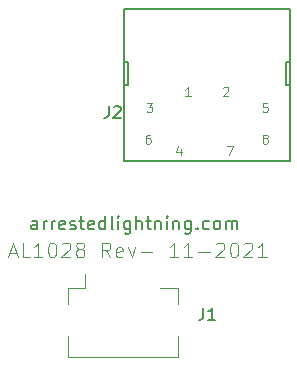
<source format=gbr>
%TF.GenerationSoftware,KiCad,Pcbnew,5.1.12-84ad8e8a86~92~ubuntu20.04.1*%
%TF.CreationDate,2021-12-06T23:40:28-06:00*%
%TF.ProjectId,portboard_dt,706f7274-626f-4617-9264-5f64742e6b69,rev?*%
%TF.SameCoordinates,Original*%
%TF.FileFunction,Legend,Top*%
%TF.FilePolarity,Positive*%
%FSLAX46Y46*%
G04 Gerber Fmt 4.6, Leading zero omitted, Abs format (unit mm)*
G04 Created by KiCad (PCBNEW 5.1.12-84ad8e8a86~92~ubuntu20.04.1) date 2021-12-06 23:40:28*
%MOMM*%
%LPD*%
G01*
G04 APERTURE LIST*
%ADD10C,0.150000*%
%ADD11C,0.125000*%
%ADD12C,0.127000*%
%ADD13C,0.120000*%
%ADD14C,0.065024*%
G04 APERTURE END LIST*
D10*
X101504190Y-84063619D02*
X101504190Y-83487428D01*
X101451809Y-83382666D01*
X101347047Y-83330285D01*
X101137523Y-83330285D01*
X101032761Y-83382666D01*
X101504190Y-84011238D02*
X101399428Y-84063619D01*
X101137523Y-84063619D01*
X101032761Y-84011238D01*
X100980380Y-83906476D01*
X100980380Y-83801714D01*
X101032761Y-83696952D01*
X101137523Y-83644571D01*
X101399428Y-83644571D01*
X101504190Y-83592190D01*
X102027999Y-84063619D02*
X102027999Y-83330285D01*
X102027999Y-83539809D02*
X102080380Y-83435047D01*
X102132761Y-83382666D01*
X102237523Y-83330285D01*
X102342285Y-83330285D01*
X102708952Y-84063619D02*
X102708952Y-83330285D01*
X102708952Y-83539809D02*
X102761333Y-83435047D01*
X102813714Y-83382666D01*
X102918476Y-83330285D01*
X103023238Y-83330285D01*
X103808952Y-84011238D02*
X103704190Y-84063619D01*
X103494666Y-84063619D01*
X103389904Y-84011238D01*
X103337523Y-83906476D01*
X103337523Y-83487428D01*
X103389904Y-83382666D01*
X103494666Y-83330285D01*
X103704190Y-83330285D01*
X103808952Y-83382666D01*
X103861333Y-83487428D01*
X103861333Y-83592190D01*
X103337523Y-83696952D01*
X104280380Y-84011238D02*
X104385142Y-84063619D01*
X104594666Y-84063619D01*
X104699428Y-84011238D01*
X104751809Y-83906476D01*
X104751809Y-83854095D01*
X104699428Y-83749333D01*
X104594666Y-83696952D01*
X104437523Y-83696952D01*
X104332761Y-83644571D01*
X104280380Y-83539809D01*
X104280380Y-83487428D01*
X104332761Y-83382666D01*
X104437523Y-83330285D01*
X104594666Y-83330285D01*
X104699428Y-83382666D01*
X105066095Y-83330285D02*
X105485142Y-83330285D01*
X105223238Y-82963619D02*
X105223238Y-83906476D01*
X105275619Y-84011238D01*
X105380380Y-84063619D01*
X105485142Y-84063619D01*
X106270857Y-84011238D02*
X106166095Y-84063619D01*
X105956571Y-84063619D01*
X105851809Y-84011238D01*
X105799428Y-83906476D01*
X105799428Y-83487428D01*
X105851809Y-83382666D01*
X105956571Y-83330285D01*
X106166095Y-83330285D01*
X106270857Y-83382666D01*
X106323238Y-83487428D01*
X106323238Y-83592190D01*
X105799428Y-83696952D01*
X107266095Y-84063619D02*
X107266095Y-82963619D01*
X107266095Y-84011238D02*
X107161333Y-84063619D01*
X106951809Y-84063619D01*
X106847047Y-84011238D01*
X106794666Y-83958857D01*
X106742285Y-83854095D01*
X106742285Y-83539809D01*
X106794666Y-83435047D01*
X106847047Y-83382666D01*
X106951809Y-83330285D01*
X107161333Y-83330285D01*
X107266095Y-83382666D01*
X107947047Y-84063619D02*
X107842285Y-84011238D01*
X107789904Y-83906476D01*
X107789904Y-82963619D01*
X108366095Y-84063619D02*
X108366095Y-83330285D01*
X108366095Y-82963619D02*
X108313714Y-83016000D01*
X108366095Y-83068380D01*
X108418476Y-83016000D01*
X108366095Y-82963619D01*
X108366095Y-83068380D01*
X109361333Y-83330285D02*
X109361333Y-84220761D01*
X109308952Y-84325523D01*
X109256571Y-84377904D01*
X109151809Y-84430285D01*
X108994666Y-84430285D01*
X108889904Y-84377904D01*
X109361333Y-84011238D02*
X109256571Y-84063619D01*
X109047047Y-84063619D01*
X108942285Y-84011238D01*
X108889904Y-83958857D01*
X108837523Y-83854095D01*
X108837523Y-83539809D01*
X108889904Y-83435047D01*
X108942285Y-83382666D01*
X109047047Y-83330285D01*
X109256571Y-83330285D01*
X109361333Y-83382666D01*
X109885142Y-84063619D02*
X109885142Y-82963619D01*
X110356571Y-84063619D02*
X110356571Y-83487428D01*
X110304190Y-83382666D01*
X110199428Y-83330285D01*
X110042285Y-83330285D01*
X109937523Y-83382666D01*
X109885142Y-83435047D01*
X110723238Y-83330285D02*
X111142285Y-83330285D01*
X110880380Y-82963619D02*
X110880380Y-83906476D01*
X110932761Y-84011238D01*
X111037523Y-84063619D01*
X111142285Y-84063619D01*
X111508952Y-83330285D02*
X111508952Y-84063619D01*
X111508952Y-83435047D02*
X111561333Y-83382666D01*
X111666095Y-83330285D01*
X111823238Y-83330285D01*
X111927999Y-83382666D01*
X111980380Y-83487428D01*
X111980380Y-84063619D01*
X112504190Y-84063619D02*
X112504190Y-83330285D01*
X112504190Y-82963619D02*
X112451809Y-83016000D01*
X112504190Y-83068380D01*
X112556571Y-83016000D01*
X112504190Y-82963619D01*
X112504190Y-83068380D01*
X113027999Y-83330285D02*
X113027999Y-84063619D01*
X113027999Y-83435047D02*
X113080380Y-83382666D01*
X113185142Y-83330285D01*
X113342285Y-83330285D01*
X113447047Y-83382666D01*
X113499428Y-83487428D01*
X113499428Y-84063619D01*
X114494666Y-83330285D02*
X114494666Y-84220761D01*
X114442285Y-84325523D01*
X114389904Y-84377904D01*
X114285142Y-84430285D01*
X114127999Y-84430285D01*
X114023238Y-84377904D01*
X114494666Y-84011238D02*
X114389904Y-84063619D01*
X114180380Y-84063619D01*
X114075619Y-84011238D01*
X114023238Y-83958857D01*
X113970857Y-83854095D01*
X113970857Y-83539809D01*
X114023238Y-83435047D01*
X114075619Y-83382666D01*
X114180380Y-83330285D01*
X114389904Y-83330285D01*
X114494666Y-83382666D01*
X115018476Y-83958857D02*
X115070857Y-84011238D01*
X115018476Y-84063619D01*
X114966095Y-84011238D01*
X115018476Y-83958857D01*
X115018476Y-84063619D01*
X116013714Y-84011238D02*
X115908952Y-84063619D01*
X115699428Y-84063619D01*
X115594666Y-84011238D01*
X115542285Y-83958857D01*
X115489904Y-83854095D01*
X115489904Y-83539809D01*
X115542285Y-83435047D01*
X115594666Y-83382666D01*
X115699428Y-83330285D01*
X115908952Y-83330285D01*
X116013714Y-83382666D01*
X116642285Y-84063619D02*
X116537523Y-84011238D01*
X116485142Y-83958857D01*
X116432761Y-83854095D01*
X116432761Y-83539809D01*
X116485142Y-83435047D01*
X116537523Y-83382666D01*
X116642285Y-83330285D01*
X116799428Y-83330285D01*
X116904190Y-83382666D01*
X116956571Y-83435047D01*
X117008952Y-83539809D01*
X117008952Y-83854095D01*
X116956571Y-83958857D01*
X116904190Y-84011238D01*
X116799428Y-84063619D01*
X116642285Y-84063619D01*
X117480380Y-84063619D02*
X117480380Y-83330285D01*
X117480380Y-83435047D02*
X117532761Y-83382666D01*
X117637523Y-83330285D01*
X117794666Y-83330285D01*
X117899428Y-83382666D01*
X117951809Y-83487428D01*
X117951809Y-84063619D01*
X117951809Y-83487428D02*
X118004190Y-83382666D01*
X118108952Y-83330285D01*
X118266095Y-83330285D01*
X118370857Y-83382666D01*
X118423238Y-83487428D01*
X118423238Y-84063619D01*
D11*
X99125345Y-86060333D02*
X99720583Y-86060333D01*
X99006297Y-86417476D02*
X99422964Y-85167476D01*
X99839630Y-86417476D01*
X100851535Y-86417476D02*
X100256297Y-86417476D01*
X100256297Y-85167476D01*
X101922964Y-86417476D02*
X101208678Y-86417476D01*
X101565821Y-86417476D02*
X101565821Y-85167476D01*
X101446773Y-85346047D01*
X101327726Y-85465095D01*
X101208678Y-85524619D01*
X102696773Y-85167476D02*
X102815821Y-85167476D01*
X102934869Y-85227000D01*
X102994392Y-85286523D01*
X103053916Y-85405571D01*
X103113440Y-85643666D01*
X103113440Y-85941285D01*
X103053916Y-86179380D01*
X102994392Y-86298428D01*
X102934869Y-86357952D01*
X102815821Y-86417476D01*
X102696773Y-86417476D01*
X102577726Y-86357952D01*
X102518202Y-86298428D01*
X102458678Y-86179380D01*
X102399154Y-85941285D01*
X102399154Y-85643666D01*
X102458678Y-85405571D01*
X102518202Y-85286523D01*
X102577726Y-85227000D01*
X102696773Y-85167476D01*
X103589630Y-85286523D02*
X103649154Y-85227000D01*
X103768202Y-85167476D01*
X104065821Y-85167476D01*
X104184869Y-85227000D01*
X104244392Y-85286523D01*
X104303916Y-85405571D01*
X104303916Y-85524619D01*
X104244392Y-85703190D01*
X103530107Y-86417476D01*
X104303916Y-86417476D01*
X105018202Y-85703190D02*
X104899154Y-85643666D01*
X104839630Y-85584142D01*
X104780107Y-85465095D01*
X104780107Y-85405571D01*
X104839630Y-85286523D01*
X104899154Y-85227000D01*
X105018202Y-85167476D01*
X105256297Y-85167476D01*
X105375345Y-85227000D01*
X105434869Y-85286523D01*
X105494392Y-85405571D01*
X105494392Y-85465095D01*
X105434869Y-85584142D01*
X105375345Y-85643666D01*
X105256297Y-85703190D01*
X105018202Y-85703190D01*
X104899154Y-85762714D01*
X104839630Y-85822238D01*
X104780107Y-85941285D01*
X104780107Y-86179380D01*
X104839630Y-86298428D01*
X104899154Y-86357952D01*
X105018202Y-86417476D01*
X105256297Y-86417476D01*
X105375345Y-86357952D01*
X105434869Y-86298428D01*
X105494392Y-86179380D01*
X105494392Y-85941285D01*
X105434869Y-85822238D01*
X105375345Y-85762714D01*
X105256297Y-85703190D01*
X107696773Y-86417476D02*
X107280107Y-85822238D01*
X106982488Y-86417476D02*
X106982488Y-85167476D01*
X107458678Y-85167476D01*
X107577726Y-85227000D01*
X107637250Y-85286523D01*
X107696773Y-85405571D01*
X107696773Y-85584142D01*
X107637250Y-85703190D01*
X107577726Y-85762714D01*
X107458678Y-85822238D01*
X106982488Y-85822238D01*
X108708678Y-86357952D02*
X108589630Y-86417476D01*
X108351535Y-86417476D01*
X108232488Y-86357952D01*
X108172964Y-86238904D01*
X108172964Y-85762714D01*
X108232488Y-85643666D01*
X108351535Y-85584142D01*
X108589630Y-85584142D01*
X108708678Y-85643666D01*
X108768202Y-85762714D01*
X108768202Y-85881761D01*
X108172964Y-86000809D01*
X109184869Y-85584142D02*
X109482488Y-86417476D01*
X109780107Y-85584142D01*
X110256297Y-85941285D02*
X111208678Y-85941285D01*
X113411059Y-86417476D02*
X112696773Y-86417476D01*
X113053916Y-86417476D02*
X113053916Y-85167476D01*
X112934869Y-85346047D01*
X112815821Y-85465095D01*
X112696773Y-85524619D01*
X114601535Y-86417476D02*
X113887250Y-86417476D01*
X114244392Y-86417476D02*
X114244392Y-85167476D01*
X114125345Y-85346047D01*
X114006297Y-85465095D01*
X113887250Y-85524619D01*
X115137250Y-85941285D02*
X116089630Y-85941285D01*
X116625345Y-85286523D02*
X116684869Y-85227000D01*
X116803916Y-85167476D01*
X117101535Y-85167476D01*
X117220583Y-85227000D01*
X117280107Y-85286523D01*
X117339630Y-85405571D01*
X117339630Y-85524619D01*
X117280107Y-85703190D01*
X116565821Y-86417476D01*
X117339630Y-86417476D01*
X118113440Y-85167476D02*
X118232488Y-85167476D01*
X118351535Y-85227000D01*
X118411059Y-85286523D01*
X118470583Y-85405571D01*
X118530107Y-85643666D01*
X118530107Y-85941285D01*
X118470583Y-86179380D01*
X118411059Y-86298428D01*
X118351535Y-86357952D01*
X118232488Y-86417476D01*
X118113440Y-86417476D01*
X117994392Y-86357952D01*
X117934869Y-86298428D01*
X117875345Y-86179380D01*
X117815821Y-85941285D01*
X117815821Y-85643666D01*
X117875345Y-85405571D01*
X117934869Y-85286523D01*
X117994392Y-85227000D01*
X118113440Y-85167476D01*
X119006297Y-85286523D02*
X119065821Y-85227000D01*
X119184869Y-85167476D01*
X119482488Y-85167476D01*
X119601535Y-85227000D01*
X119661059Y-85286523D01*
X119720583Y-85405571D01*
X119720583Y-85524619D01*
X119661059Y-85703190D01*
X118946773Y-86417476D01*
X119720583Y-86417476D01*
X120911059Y-86417476D02*
X120196773Y-86417476D01*
X120553916Y-86417476D02*
X120553916Y-85167476D01*
X120434869Y-85346047D01*
X120315821Y-85465095D01*
X120196773Y-85524619D01*
D12*
%TO.C,J2*%
X109174800Y-71854000D02*
X108924800Y-71854000D01*
X109174800Y-69854000D02*
X109174800Y-71854000D01*
X108874800Y-69854000D02*
X109174800Y-69854000D01*
X122574800Y-71854000D02*
X122874800Y-71854000D01*
X122574800Y-69854000D02*
X122574800Y-71854000D01*
X122874800Y-69854000D02*
X122574800Y-69854000D01*
X122874800Y-69854000D02*
X122874800Y-65404000D01*
X122874800Y-71854000D02*
X122874800Y-69854000D01*
X122874800Y-78304000D02*
X122874800Y-71854000D01*
X108874800Y-78304000D02*
X122874800Y-78304000D01*
X108874800Y-69854000D02*
X108874800Y-78304000D01*
X108874800Y-65404000D02*
X108874800Y-69854000D01*
X122874800Y-65404000D02*
X108874800Y-65404000D01*
D13*
%TO.C,J1*%
X105577400Y-89022400D02*
X104087400Y-89022400D01*
X104087400Y-89022400D02*
X104087400Y-90362400D01*
X111897400Y-89022400D02*
X113387400Y-89022400D01*
X113387400Y-89022400D02*
X113387400Y-90362400D01*
X104087400Y-93082400D02*
X104087400Y-94822400D01*
X104087400Y-94822400D02*
X113387400Y-94822400D01*
X113387400Y-94822400D02*
X113387400Y-93082400D01*
X105577400Y-89022400D02*
X105577400Y-87822400D01*
%TO.C,J2*%
D10*
X107555309Y-73628380D02*
X107555309Y-74342666D01*
X107507690Y-74485523D01*
X107412452Y-74580761D01*
X107269595Y-74628380D01*
X107174357Y-74628380D01*
X107983880Y-73723619D02*
X108031500Y-73676000D01*
X108126738Y-73628380D01*
X108364833Y-73628380D01*
X108460071Y-73676000D01*
X108507690Y-73723619D01*
X108555309Y-73818857D01*
X108555309Y-73914095D01*
X108507690Y-74056952D01*
X107936261Y-74628380D01*
X108555309Y-74628380D01*
D14*
X114485456Y-72767230D02*
X114044222Y-72767230D01*
X114264839Y-72767230D02*
X114264839Y-71995070D01*
X114191300Y-72105379D01*
X114117761Y-72178918D01*
X114044222Y-72215687D01*
X117244222Y-72068609D02*
X117280991Y-72031840D01*
X117354530Y-71995070D01*
X117538378Y-71995070D01*
X117611917Y-72031840D01*
X117648686Y-72068609D01*
X117685456Y-72142148D01*
X117685456Y-72215687D01*
X117648686Y-72325996D01*
X117207452Y-72767230D01*
X117685456Y-72767230D01*
X110762452Y-73359070D02*
X111240456Y-73359070D01*
X110983069Y-73653226D01*
X111093378Y-73653226D01*
X111166917Y-73689996D01*
X111203686Y-73726765D01*
X111240456Y-73800304D01*
X111240456Y-73984152D01*
X111203686Y-74057691D01*
X111166917Y-74094460D01*
X111093378Y-74131230D01*
X110872761Y-74131230D01*
X110799222Y-74094460D01*
X110762452Y-74057691D01*
X120982686Y-73359070D02*
X120614991Y-73359070D01*
X120578222Y-73726765D01*
X120614991Y-73689996D01*
X120688530Y-73653226D01*
X120872378Y-73653226D01*
X120945917Y-73689996D01*
X120982686Y-73726765D01*
X121019456Y-73800304D01*
X121019456Y-73984152D01*
X120982686Y-74057691D01*
X120945917Y-74094460D01*
X120872378Y-74131230D01*
X120688530Y-74131230D01*
X120614991Y-74094460D01*
X120578222Y-74057691D01*
X111039917Y-76026070D02*
X110892839Y-76026070D01*
X110819300Y-76062840D01*
X110782530Y-76099609D01*
X110708991Y-76209918D01*
X110672222Y-76356996D01*
X110672222Y-76651152D01*
X110708991Y-76724691D01*
X110745761Y-76761460D01*
X110819300Y-76798230D01*
X110966378Y-76798230D01*
X111039917Y-76761460D01*
X111076686Y-76724691D01*
X111113456Y-76651152D01*
X111113456Y-76467304D01*
X111076686Y-76393765D01*
X111039917Y-76356996D01*
X110966378Y-76320226D01*
X110819300Y-76320226D01*
X110745761Y-76356996D01*
X110708991Y-76393765D01*
X110672222Y-76467304D01*
X120725300Y-76356996D02*
X120651761Y-76320226D01*
X120614991Y-76283457D01*
X120578222Y-76209918D01*
X120578222Y-76173148D01*
X120614991Y-76099609D01*
X120651761Y-76062840D01*
X120725300Y-76026070D01*
X120872378Y-76026070D01*
X120945917Y-76062840D01*
X120982686Y-76099609D01*
X121019456Y-76173148D01*
X121019456Y-76209918D01*
X120982686Y-76283457D01*
X120945917Y-76320226D01*
X120872378Y-76356996D01*
X120725300Y-76356996D01*
X120651761Y-76393765D01*
X120614991Y-76430535D01*
X120578222Y-76504074D01*
X120578222Y-76651152D01*
X120614991Y-76724691D01*
X120651761Y-76761460D01*
X120725300Y-76798230D01*
X120872378Y-76798230D01*
X120945917Y-76761460D01*
X120982686Y-76724691D01*
X121019456Y-76651152D01*
X121019456Y-76504074D01*
X120982686Y-76430535D01*
X120945917Y-76393765D01*
X120872378Y-76356996D01*
X120725300Y-76356996D02*
X120651761Y-76320226D01*
X120614991Y-76283457D01*
X120578222Y-76209918D01*
X120578222Y-76173148D01*
X120614991Y-76099609D01*
X120651761Y-76062840D01*
X120725300Y-76026070D01*
X120872378Y-76026070D01*
X120945917Y-76062840D01*
X120982686Y-76099609D01*
X121019456Y-76173148D01*
X121019456Y-76209918D01*
X120982686Y-76283457D01*
X120945917Y-76320226D01*
X120872378Y-76356996D01*
X120725300Y-76356996D01*
X120651761Y-76393765D01*
X120614991Y-76430535D01*
X120578222Y-76504074D01*
X120578222Y-76651152D01*
X120614991Y-76724691D01*
X120651761Y-76761460D01*
X120725300Y-76798230D01*
X120872378Y-76798230D01*
X120945917Y-76761460D01*
X120982686Y-76724691D01*
X121019456Y-76651152D01*
X121019456Y-76504074D01*
X120982686Y-76430535D01*
X120945917Y-76393765D01*
X120872378Y-76356996D01*
X110762452Y-73359070D02*
X111240456Y-73359070D01*
X110983069Y-73653226D01*
X111093378Y-73653226D01*
X111166917Y-73689996D01*
X111203686Y-73726765D01*
X111240456Y-73800304D01*
X111240456Y-73984152D01*
X111203686Y-74057691D01*
X111166917Y-74094460D01*
X111093378Y-74131230D01*
X110872761Y-74131230D01*
X110799222Y-74094460D01*
X110762452Y-74057691D01*
X114485456Y-72767230D02*
X114044222Y-72767230D01*
X114264839Y-72767230D02*
X114264839Y-71995070D01*
X114191300Y-72105379D01*
X114117761Y-72178918D01*
X114044222Y-72215687D01*
X111039917Y-76026070D02*
X110892839Y-76026070D01*
X110819300Y-76062840D01*
X110782530Y-76099609D01*
X110708991Y-76209918D01*
X110672222Y-76356996D01*
X110672222Y-76651152D01*
X110708991Y-76724691D01*
X110745761Y-76761460D01*
X110819300Y-76798230D01*
X110966378Y-76798230D01*
X111039917Y-76761460D01*
X111076686Y-76724691D01*
X111113456Y-76651152D01*
X111113456Y-76467304D01*
X111076686Y-76393765D01*
X111039917Y-76356996D01*
X110966378Y-76320226D01*
X110819300Y-76320226D01*
X110745761Y-76356996D01*
X110708991Y-76393765D01*
X110672222Y-76467304D01*
X120982686Y-73359070D02*
X120614991Y-73359070D01*
X120578222Y-73726765D01*
X120614991Y-73689996D01*
X120688530Y-73653226D01*
X120872378Y-73653226D01*
X120945917Y-73689996D01*
X120982686Y-73726765D01*
X121019456Y-73800304D01*
X121019456Y-73984152D01*
X120982686Y-74057691D01*
X120945917Y-74094460D01*
X120872378Y-74131230D01*
X120688530Y-74131230D01*
X120614991Y-74094460D01*
X120578222Y-74057691D01*
X117244222Y-72068609D02*
X117280991Y-72031840D01*
X117354530Y-71995070D01*
X117538378Y-71995070D01*
X117611917Y-72031840D01*
X117648686Y-72068609D01*
X117685456Y-72142148D01*
X117685456Y-72215687D01*
X117648686Y-72325996D01*
X117207452Y-72767230D01*
X117685456Y-72767230D01*
X117541452Y-77026070D02*
X118056225Y-77026070D01*
X117725300Y-77798230D01*
X117541452Y-77026070D02*
X118056225Y-77026070D01*
X117725300Y-77798230D01*
X113639917Y-77283457D02*
X113639917Y-77798230D01*
X113456069Y-76989300D02*
X113272222Y-77540843D01*
X113750225Y-77540843D01*
X113639917Y-77283457D02*
X113639917Y-77798230D01*
X113456069Y-76989300D02*
X113272222Y-77540843D01*
X113750225Y-77540843D01*
%TO.C,J1*%
D10*
X115566866Y-90714580D02*
X115566866Y-91428866D01*
X115519247Y-91571723D01*
X115424009Y-91666961D01*
X115281152Y-91714580D01*
X115185914Y-91714580D01*
X116566866Y-91714580D02*
X115995438Y-91714580D01*
X116281152Y-91714580D02*
X116281152Y-90714580D01*
X116185914Y-90857438D01*
X116090676Y-90952676D01*
X115995438Y-91000295D01*
%TD*%
M02*

</source>
